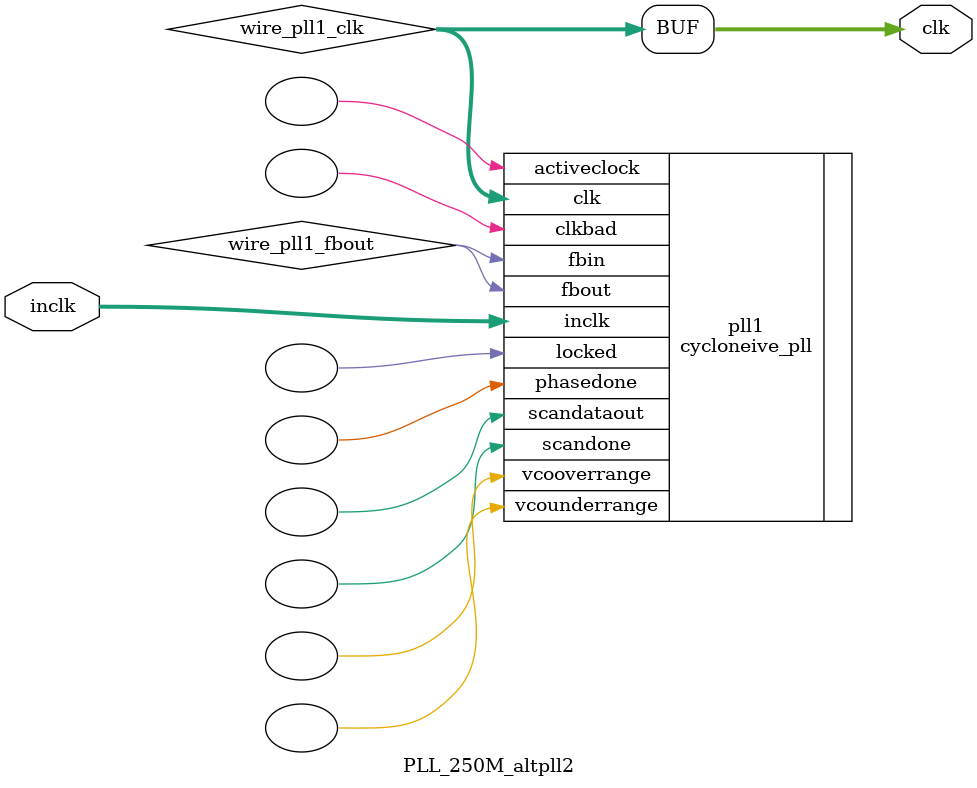
<source format=v>






//synthesis_resources = cycloneive_pll 1 
//synopsys translate_off
`timescale 1 ps / 1 ps
//synopsys translate_on
module  PLL_250M_altpll2
	( 
	clk,
	inclk) /* synthesis synthesis_clearbox=1 */;
	output   [4:0]  clk;
	input   [1:0]  inclk;
`ifndef ALTERA_RESERVED_QIS
// synopsys translate_off
`endif
	tri0   [1:0]  inclk;
`ifndef ALTERA_RESERVED_QIS
// synopsys translate_on
`endif

	wire  [4:0]   wire_pll1_clk;
	wire  wire_pll1_fbout;

	cycloneive_pll   pll1
	( 
	.activeclock(),
	.clk(wire_pll1_clk),
	.clkbad(),
	.fbin(wire_pll1_fbout),
	.fbout(wire_pll1_fbout),
	.inclk(inclk),
	.locked(),
	.phasedone(),
	.scandataout(),
	.scandone(),
	.vcooverrange(),
	.vcounderrange()
	`ifndef FORMAL_VERIFICATION
	// synopsys translate_off
	`endif
	,
	.areset(1'b0),
	.clkswitch(1'b0),
	.configupdate(1'b0),
	.pfdena(1'b1),
	.phasecounterselect({3{1'b0}}),
	.phasestep(1'b0),
	.phaseupdown(1'b0),
	.scanclk(1'b0),
	.scanclkena(1'b1),
	.scandata(1'b0)
	`ifndef FORMAL_VERIFICATION
	// synopsys translate_on
	`endif
	);
	defparam
		pll1.bandwidth_type = "auto",
		pll1.clk0_divide_by = 1,
		pll1.clk0_duty_cycle = 50,
		pll1.clk0_multiply_by = 5,
		pll1.clk0_phase_shift = "0",
		pll1.clk1_divide_by = 1,
		pll1.clk1_duty_cycle = 50,
		pll1.clk1_multiply_by = 20,
		pll1.clk1_phase_shift = "0",
		pll1.compensate_clock = "clk0",
		pll1.inclk0_input_frequency = 20000,
		pll1.operation_mode = "normal",
		pll1.pll_type = "auto",
		pll1.lpm_type = "cycloneive_pll";
	assign
		clk = {wire_pll1_clk[4:0]};
endmodule //PLL_250M_altpll2
//VALID FILE

</source>
